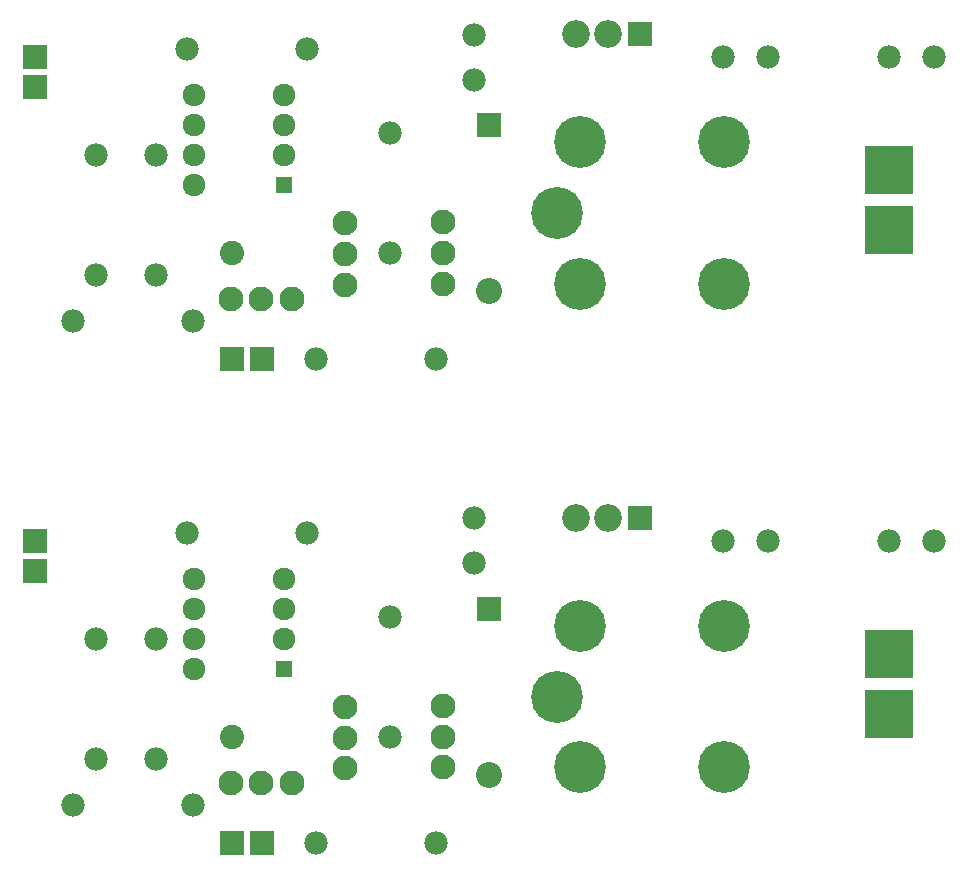
<source format=gbr>
G04 DesignSpark PCB Gerber Version 10.0 Build 5299*
G04 #@! TF.Part,Single*
G04 #@! TF.FileFunction,Soldermask,Bot*
G04 #@! TF.FilePolarity,Negative*
%FSLAX35Y35*%
%MOIN*%
G04 #@! TA.AperFunction,ComponentPad*
%ADD93R,0.05167X0.05167*%
%ADD136R,0.08080X0.08080*%
%ADD95R,0.08356X0.08356*%
%ADD89R,0.08395X0.08395*%
%ADD132C,0.07569*%
%ADD129C,0.07765*%
G04 #@! TA.AperFunction,ViaPad*
%ADD128C,0.08080*%
G04 #@! TA.AperFunction,ComponentPad*
%ADD110C,0.08277*%
%ADD133C,0.08710*%
%ADD131C,0.09261*%
%ADD98C,0.17293*%
%ADD137R,0.16427X0.16427*%
G04 #@! TD.AperFunction*
X0Y0D02*
D02*
D89*
X308002Y154301D03*
Y315561D03*
D02*
D93*
X189458Y104025D03*
Y265285D03*
D02*
D95*
X257608Y124065D03*
Y285324D03*
D02*
D98*
X280246Y94773D03*
Y256033D03*
X288120Y71151D03*
Y118395D03*
Y232411D03*
Y279655D03*
X336151Y71151D03*
Y118395D03*
Y232411D03*
Y279655D03*
D02*
D110*
X171624Y66112D03*
Y227372D03*
X181860Y66112D03*
Y227372D03*
X192096Y66112D03*
Y227372D03*
X209734Y70836D03*
Y81072D03*
Y91309D03*
Y232096D03*
Y242332D03*
Y252569D03*
X242490Y71151D03*
Y81387D03*
Y91624D03*
Y232411D03*
Y242647D03*
Y252883D03*
D02*
D128*
X171939Y81230D03*
Y242490D03*
D02*
D129*
X119025Y58553D03*
Y219813D03*
X126584Y73986D03*
Y113986D03*
Y235246D03*
Y275246D03*
X146742Y73986D03*
Y113986D03*
Y235246D03*
Y275246D03*
X157135Y149261D03*
Y310521D03*
X159025Y58553D03*
Y219813D03*
X197135Y149261D03*
Y310521D03*
X199970Y45954D03*
Y207214D03*
X224852Y81230D03*
Y121230D03*
Y242490D03*
Y282490D03*
X239970Y45954D03*
Y207214D03*
X252569Y139183D03*
Y154183D03*
Y300443D03*
Y315443D03*
X335718Y146742D03*
Y308002D03*
X350718Y146742D03*
Y308002D03*
X391151Y146742D03*
Y308002D03*
X406151Y146742D03*
Y308002D03*
D02*
D131*
X286742Y154301D03*
Y315561D03*
X297372Y154301D03*
Y315561D03*
D02*
D132*
X159458Y104025D03*
Y114025D03*
Y124025D03*
Y134025D03*
Y265285D03*
Y275285D03*
Y285285D03*
Y295285D03*
X189458Y114025D03*
Y124025D03*
Y134025D03*
Y275285D03*
Y285285D03*
Y295285D03*
D02*
D133*
X257608Y68553D03*
Y229813D03*
D02*
D136*
X106427Y136663D03*
Y146663D03*
Y297923D03*
Y307923D03*
X172017Y45954D03*
Y207214D03*
X182017Y45954D03*
Y207214D03*
D02*
D137*
X391151Y88868D03*
Y108868D03*
Y250128D03*
Y270128D03*
X0Y0D02*
M02*

</source>
